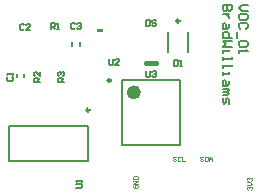
<source format=gto>
G04*
G04 #@! TF.GenerationSoftware,Altium Limited,Altium Designer,20.1.14 (287)*
G04*
G04 Layer_Color=65535*
%FSLAX25Y25*%
%MOIN*%
G70*
G04*
G04 #@! TF.SameCoordinates,CC44B269-2998-40F0-A8BF-F6E1C517B7F2*
G04*
G04*
G04 #@! TF.FilePolarity,Positive*
G04*
G01*
G75*
%ADD10C,0.00984*%
%ADD11C,0.02362*%
%ADD12C,0.00787*%
%ADD13C,0.01575*%
%ADD14C,0.00500*%
%ADD15C,0.00400*%
G36*
X249500Y447000D02*
X247500D01*
Y448000D01*
X249500D01*
Y447000D01*
D02*
G37*
D10*
X274992Y450634D02*
G03*
X274992Y450634I-492J0D01*
G01*
X244984Y420941D02*
G03*
X244984Y420941I-492J0D01*
G01*
X252114Y430847D02*
G03*
X252114Y430847I-492J0D01*
G01*
D11*
X260972Y426890D02*
G03*
X260972Y426890I-1181J0D01*
G01*
D12*
X271154Y440201D02*
Y446894D01*
X277846Y440201D02*
Y446894D01*
X218311Y415626D02*
X244689D01*
X218311Y403815D02*
X244689D01*
Y415626D01*
X218311Y403815D02*
Y415626D01*
X239220Y442409D02*
Y443591D01*
X241780Y442409D02*
Y443591D01*
X220720Y431909D02*
Y433091D01*
X223280Y431909D02*
Y433091D01*
X255854Y409173D02*
X275146D01*
X255854Y430827D02*
X275146D01*
Y409173D02*
Y430827D01*
X255854Y409173D02*
Y430827D01*
D13*
X263925Y436551D02*
X267075D01*
D14*
X297798Y456000D02*
X295798D01*
X294799Y455000D01*
X295798Y454001D01*
X297798D01*
Y451502D02*
Y452501D01*
X297298Y453001D01*
X295299D01*
X294799Y452501D01*
Y451502D01*
X295299Y451002D01*
X297298D01*
X297798Y451502D01*
X297298Y448003D02*
X297798Y448502D01*
Y449502D01*
X297298Y450002D01*
X295299D01*
X294799Y449502D01*
Y448502D01*
X295299Y448003D01*
X294299Y447003D02*
Y445004D01*
X297298Y444004D02*
X297798Y443504D01*
Y442504D01*
X297298Y442004D01*
X295299D01*
X294799Y442504D01*
Y443504D01*
X295299Y444004D01*
X297298D01*
X294799Y441005D02*
Y440005D01*
Y440505D01*
X297798D01*
X297298Y441005D01*
X292499Y456000D02*
X289500D01*
Y454500D01*
X290000Y454001D01*
X290500D01*
X291000Y454500D01*
Y456000D01*
Y454500D01*
X291499Y454001D01*
X291999D01*
X292499Y454500D01*
Y456000D01*
X291499Y453001D02*
X289500D01*
X290500D01*
X291000Y452501D01*
X291499Y452001D01*
Y451502D01*
Y449502D02*
Y448502D01*
X291000Y448003D01*
X289500D01*
Y449502D01*
X290000Y450002D01*
X290500Y449502D01*
Y448003D01*
X292499Y445004D02*
X289500D01*
Y446503D01*
X290000Y447003D01*
X291000D01*
X291499Y446503D01*
Y445004D01*
X292499Y444004D02*
X289500D01*
X290500Y443004D01*
X289500Y442004D01*
X292499D01*
X289500Y441005D02*
Y440005D01*
Y440505D01*
X291499D01*
Y441005D01*
X289500Y438506D02*
Y437506D01*
Y438006D01*
X292499D01*
Y438506D01*
X289500Y436006D02*
Y435007D01*
Y435507D01*
X292499D01*
Y436006D01*
X289500Y433507D02*
Y432508D01*
Y433007D01*
X291499D01*
Y433507D01*
Y430508D02*
Y429509D01*
X291000Y429009D01*
X289500D01*
Y430508D01*
X290000Y431008D01*
X290500Y430508D01*
Y429009D01*
X289500Y428009D02*
X291499D01*
Y427509D01*
X291000Y427009D01*
X289500D01*
X291000D01*
X291499Y426510D01*
X291000Y426010D01*
X289500D01*
Y425010D02*
Y423511D01*
X290000Y423011D01*
X290500Y423511D01*
Y424510D01*
X291000Y425010D01*
X291499Y424510D01*
Y423011D01*
X273167Y437500D02*
Y435500D01*
X274167D01*
X274500Y435834D01*
Y437167D01*
X274167Y437500D01*
X273167D01*
X275166Y435500D02*
X275833D01*
X275500D01*
Y437500D01*
X275166Y437167D01*
X223167Y449166D02*
X222834Y449500D01*
X222167D01*
X221834Y449166D01*
Y447834D01*
X222167Y447500D01*
X222834D01*
X223167Y447834D01*
X225166Y447500D02*
X223833D01*
X225166Y448833D01*
Y449166D01*
X224833Y449500D01*
X224166D01*
X223833Y449166D01*
X251500Y437999D02*
Y436333D01*
X251833Y436000D01*
X252500D01*
X252833Y436333D01*
Y437999D01*
X254832Y436000D02*
X253499D01*
X254832Y437333D01*
Y437666D01*
X254499Y437999D01*
X253833D01*
X253499Y437666D01*
X228500Y430334D02*
X226500D01*
Y431334D01*
X226834Y431667D01*
X227500D01*
X227833Y431334D01*
Y430334D01*
Y431000D02*
X228500Y431667D01*
Y433666D02*
Y432333D01*
X227167Y433666D01*
X226834D01*
X226500Y433333D01*
Y432666D01*
X226834Y432333D01*
X232167Y448000D02*
Y450000D01*
X233167D01*
X233500Y449667D01*
Y449000D01*
X233167Y448667D01*
X232167D01*
X232834D02*
X233500Y448000D01*
X234166D02*
X234833D01*
X234500D01*
Y450000D01*
X234166Y449667D01*
X240500Y394888D02*
X242166D01*
X242500Y395221D01*
Y395887D01*
X242166Y396220D01*
X240500D01*
X242500Y396887D02*
Y397553D01*
Y397220D01*
X240500D01*
X240833Y396887D01*
X240167Y449667D02*
X239834Y450000D01*
X239167D01*
X238834Y449667D01*
Y448334D01*
X239167Y448000D01*
X239834D01*
X240167Y448334D01*
X240833Y449667D02*
X241166Y450000D01*
X241833D01*
X242166Y449667D01*
Y449333D01*
X241833Y449000D01*
X241500D01*
X241833D01*
X242166Y448667D01*
Y448334D01*
X241833Y448000D01*
X241166D01*
X240833Y448334D01*
X217833Y432000D02*
X217500Y431667D01*
Y431000D01*
X217833Y430667D01*
X219166D01*
X219500Y431000D01*
Y431667D01*
X219166Y432000D01*
X219500Y432666D02*
Y433333D01*
Y433000D01*
X217500D01*
X217833Y432666D01*
X263834Y451000D02*
Y449000D01*
X264834D01*
X265167Y449334D01*
Y450667D01*
X264834Y451000D01*
X263834D01*
X267166Y450667D02*
X266833Y451000D01*
X266166D01*
X265833Y450667D01*
Y450333D01*
X266166Y450000D01*
X266833D01*
X267166Y449667D01*
Y449334D01*
X266833Y449000D01*
X266166D01*
X265833Y449334D01*
X236500Y430334D02*
X234500D01*
Y431334D01*
X234834Y431667D01*
X235500D01*
X235833Y431334D01*
Y430334D01*
Y431000D02*
X236500Y431667D01*
X234834Y432333D02*
X234500Y432666D01*
Y433333D01*
X234834Y433666D01*
X235167D01*
X235500Y433333D01*
Y433000D01*
Y433333D01*
X235833Y433666D01*
X236166D01*
X236500Y433333D01*
Y432666D01*
X236166Y432333D01*
X263834Y434000D02*
Y432334D01*
X264167Y432000D01*
X264834D01*
X265167Y432334D01*
Y434000D01*
X265833Y433667D02*
X266166Y434000D01*
X266833D01*
X267166Y433667D01*
Y433333D01*
X266833Y433000D01*
X266500D01*
X266833D01*
X267166Y432667D01*
Y432334D01*
X266833Y432000D01*
X266166D01*
X265833Y432334D01*
D15*
X259850Y395900D02*
X259600Y395650D01*
Y395150D01*
X259850Y394900D01*
X260850D01*
X261100Y395150D01*
Y395650D01*
X260850Y395900D01*
X260350D01*
Y395400D01*
X261100Y396399D02*
X259600D01*
X261100Y397399D01*
X259600D01*
Y397899D02*
X261100D01*
Y398649D01*
X260850Y398899D01*
X259850D01*
X259600Y398649D01*
Y397899D01*
X273900Y405150D02*
X273650Y405400D01*
X273150D01*
X272900Y405150D01*
Y404900D01*
X273150Y404650D01*
X273650D01*
X273900Y404400D01*
Y404150D01*
X273650Y403900D01*
X273150D01*
X272900Y404150D01*
X275399Y405150D02*
X275149Y405400D01*
X274649D01*
X274399Y405150D01*
Y404150D01*
X274649Y403900D01*
X275149D01*
X275399Y404150D01*
X275899Y405400D02*
Y403900D01*
X276899D01*
X282900Y405150D02*
X282650Y405400D01*
X282150D01*
X281900Y405150D01*
Y404900D01*
X282150Y404650D01*
X282650D01*
X282900Y404400D01*
Y404150D01*
X282650Y403900D01*
X282150D01*
X281900Y404150D01*
X283400Y405400D02*
Y403900D01*
X284149D01*
X284399Y404150D01*
Y405150D01*
X284149Y405400D01*
X283400D01*
X284899Y403900D02*
Y404900D01*
X285399Y405400D01*
X285899Y404900D01*
Y403900D01*
Y404650D01*
X284899D01*
X297850Y394400D02*
X297601Y394650D01*
Y395150D01*
X297850Y395400D01*
X298100D01*
X298350Y395150D01*
Y394900D01*
Y395150D01*
X298600Y395400D01*
X298850D01*
X299100Y395150D01*
Y394650D01*
X298850Y394400D01*
X297601Y395900D02*
X298600D01*
X299100Y396399D01*
X298600Y396899D01*
X297601D01*
X297850Y397399D02*
X297601Y397649D01*
Y398149D01*
X297850Y398399D01*
X298100D01*
X298350Y398149D01*
Y397899D01*
Y398149D01*
X298600Y398399D01*
X298850D01*
X299100Y398149D01*
Y397649D01*
X298850Y397399D01*
M02*

</source>
